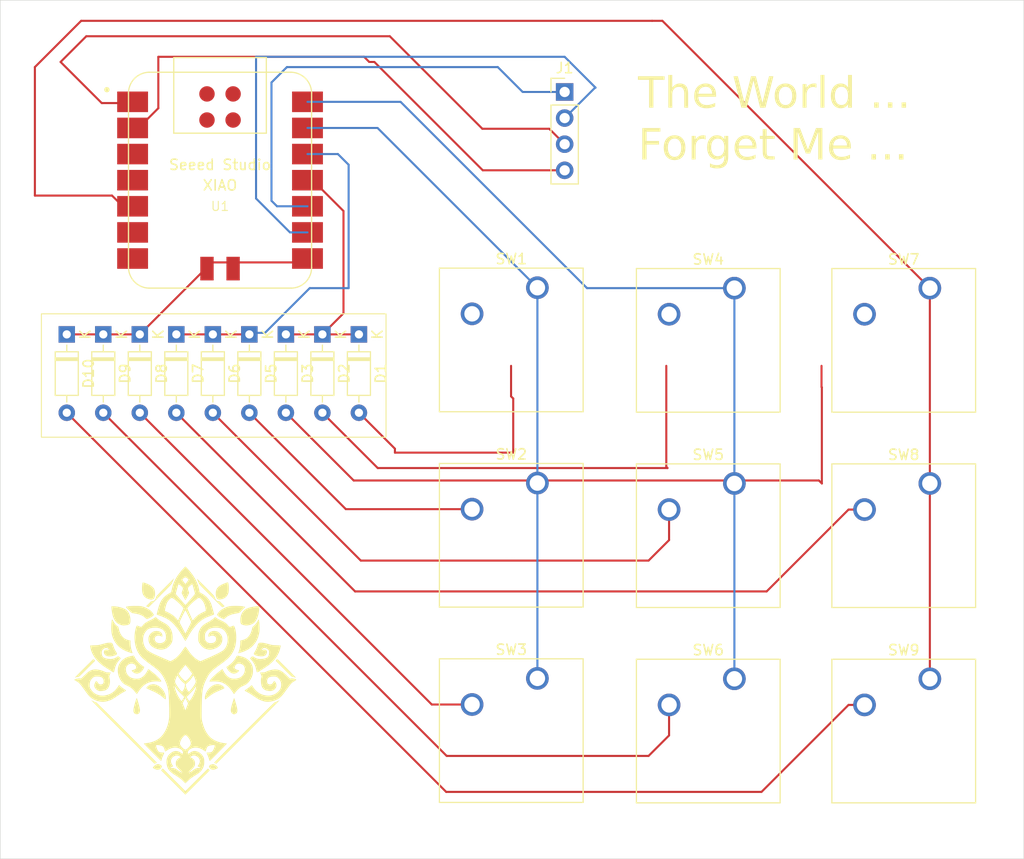
<source format=kicad_pcb>
(kicad_pcb (version 20240108) (generator "pcbnew") (generator_version "8.0")
  (layers (0 "F.Cu" signal) (31 "B.Cu" signal) (34 "B.Paste" user) (35 "F.Paste" user) (36 "B.SilkS" user "B.Silkscreen") (37 "F.SilkS" user "F.Silkscreen") (38 "B.Mask" user) (39 "F.Mask" user) (44 "Edge.Cuts" user))
  (net 0 "")
  (net 1 "ROW0")
  (net 2 "Net-(D1-A)")
  (net 3 "Net-(D2-A)")
  (net 4 "Net-(D3-A)")
  (net 5 "Net-(D5-A)")
  (net 6 "ROW1")
  (net 7 "Net-(D6-A)")
  (net 8 "Net-(D7-A)")
  (net 9 "ROW2")
  (net 10 "Net-(D8-A)")
  (net 11 "Net-(D9-A)")
  (net 12 "Net-(D10-A)")
  (net 13 "SCL")
  (net 14 "GND")
  (net 15 "SDA")
  (net 16 "VCC")
  (net 17 "COL0")
  (net 18 "COL1")
  (net 19 "COL2")
  (footprint "Diode_THT:D_DO-35_SOD27_P7.62mm_Horizontal" (layer "F.Cu") (at 38.015634 59 -90)
    (property "Reference" "D9" (at 3.81 -2.12 90) (layer "F.SilkS"))
    (property "Value" "D")
    (fp_text user "K" (at 0 -1.8 90) (layer "F.SilkS"))
    (pad "1" thru_hole rect (at 0 0 270) (size 1.6 1.6) (drill 0.8) (layers "*.Cu" "*.Mask") (net 9 "ROW2"))
    (pad "2" thru_hole oval (at 7.62 0 270) (size 1.6 1.6) (drill 0.8) (layers "*.Cu" "*.Mask") (net 11 "Net-(D9-A)"))
  )
  (footprint "Diode_THT:D_DO-35_SOD27_P7.62mm_Horizontal" (layer "F.Cu") (at 55.765634 59 -90)
    (property "Reference" "D3" (at 3.81 -2.12 90) (layer "F.SilkS"))
    (property "Value" "D")
    (fp_text user "K" (at 0 -1.8 90) (layer "F.SilkS"))
    (pad "1" thru_hole rect (at 0 0 270) (size 1.6 1.6) (drill 0.8) (layers "*.Cu" "*.Mask") (net 1 "ROW0"))
    (pad "2" thru_hole oval (at 7.62 0 270) (size 1.6 1.6) (drill 0.8) (layers "*.Cu" "*.Mask") (net 4 "Net-(D3-A)"))
  )
  (footprint "Button_Switch_Keyboard:SW_Cherry_MX_1.00u_PCB" (layer "F.Cu") (at 99.365634 54.5)
    (property "Reference" "SW4" (at -2.54 -2.794 0) (layer "F.SilkS"))
    (property "Value" "SW_Push_45deg")
    (pad "" np_thru_hole circle (at -7.62 5.08) (size 1.7 1.7) (drill 1.7) (layers "*.Cu" "*.Mask"))
    (pad "" np_thru_hole circle (at -2.54 5.08) (size 4 4) (drill 4) (layers "*.Cu" "*.Mask"))
    (pad "" np_thru_hole circle (at 2.54 5.08) (size 1.7 1.7) (drill 1.7) (layers "*.Cu" "*.Mask"))
    (pad "1" thru_hole circle (at 0 0) (size 2.2 2.2) (drill 1.5) (layers "*.Cu" "*.Mask") (net 18 "COL1"))
    (pad "2" thru_hole circle (at -6.35 2.54) (size 2.2 2.2) (drill 1.5) (layers "*.Cu" "*.Mask") (net 3 "Net-(D2-A)"))
  )
  (footprint "Button_Switch_Keyboard:SW_Cherry_MX_1.00u_PCB" (layer "F.Cu") (at 99.365634 92.5)
    (property "Reference" "SW6" (at -2.54 -2.794 0) (layer "F.SilkS"))
    (property "Value" "SW_Push_45deg")
    (pad "" np_thru_hole circle (at -7.62 5.08) (size 1.7 1.7) (drill 1.7) (layers "*.Cu" "*.Mask"))
    (pad "" np_thru_hole circle (at -2.54 5.08) (size 4 4) (drill 4) (layers "*.Cu" "*.Mask"))
    (pad "" np_thru_hole circle (at 2.54 5.08) (size 1.7 1.7) (drill 1.7) (layers "*.Cu" "*.Mask"))
    (pad "1" thru_hole circle (at 0 0) (size 2.2 2.2) (drill 1.5) (layers "*.Cu" "*.Mask") (net 18 "COL1"))
    (pad "2" thru_hole circle (at -6.35 2.54) (size 2.2 2.2) (drill 1.5) (layers "*.Cu" "*.Mask") (net 11 "Net-(D9-A)"))
  )
  (footprint "footprints:XIAO-SAMD21-RP2040" (layer "F.Cu") (at 49.365634 44)
    (property "Reference" "U1" (at 0 2.54 0) (layer "F.SilkS") (effects (font (size 0.889 0.889) (thickness 0.1016))))
    (property "Value" "Seeed Studio XIAO SAMD21" (hide yes))
    (fp_text user "XIAO" (at 0 0.5 0) (layer "F.SilkS"))
    (fp_text user "Seeed Studio" (at 0 -1.5 0) (layer "F.SilkS"))
    (pad "1" smd rect (at -8.5 -7.62) (size 3 2) (layers "F.Cu" "F.Paste" "F.Mask") (net 18 "COL1"))
    (pad "2" smd rect (at -8.5 -5.08) (size 3 2) (layers "F.Cu" "F.Paste" "F.Mask") (net 17 "COL0"))
    (pad "3" smd rect (at -8.5 -2.54) (size 3 2) (layers "F.Cu" "F.Paste" "F.Mask") (net 6 "ROW1"))
    (pad "4" smd rect (at -8.5 0) (size 3 2) (layers "F.Cu" "F.Paste" "F.Mask") (net 1 "ROW0"))
    (pad "5" smd rect (at -8.5 2.54) (size 3 2) (layers "F.Cu" "F.Paste" "F.Mask") (net 15 "SDA"))
    (pad "6" smd rect (at -8.5 5.08 180) (size 3 2) (layers "F.Cu" "F.Paste" "F.Mask") (net 13 "SCL"))
    (pad "7" smd rect (at -8.5 7.62) (size 3 2) (layers "F.Cu" "F.Paste" "F.Mask") (net 9 "ROW2"))
    (pad "8" smd rect (at 8.5 7.62) (size 3 2) (layers "F.Cu" "F.Paste" "F.Mask"))
    (pad "9" smd rect (at 8.5 5.08) (size 3 2) (layers "F.Cu" "F.Paste" "F.Mask"))
    (pad "10" smd rect (at 8.5 2.54) (size 3 2) (layers "F.Cu" "F.Paste" "F.Mask") (net 19 "COL2"))
    (pad "11" smd rect (at 8.5 0) (size 3 2) (layers "F.Cu" "F.Paste" "F.Mask"))
    (pad "12" smd rect (at 8.5 -2.54) (size 3 2) (layers "F.Cu" "F.Paste" "F.Mask"))
    (pad "13" smd rect (at 8.5 -5.08) (size 3 2) (layers "F.Cu" "F.Paste" "F.Mask") (net 14 "GND"))
    (pad "14" smd rect (at 8.5 -7.62) (size 3 2) (layers "F.Cu" "F.Paste" "F.Mask") (net 16 "VCC"))
    (pad "15" smd circle (at -1.27 -8.39 90) (size 1.5 1.5) (layers "F.Cu" "F.Paste" "F.Mask"))
    (pad "16" smd circle (at 1.27 -8.39 90) (size 1.5 1.5) (layers "F.Cu" "F.Paste" "F.Mask"))
    (pad "17" smd circle (at -1.27 -5.85 90) (size 1.5 1.5) (layers "F.Cu" "F.Paste" "F.Mask"))
    (pad "18" smd circle (at 1.27 -5.85 90) (size 1.5 1.5) (layers "F.Cu" "F.Paste" "F.Mask"))
    (pad "19" smd rect (at -1.27 8.6 90) (size 2.3 1.3) (layers "F.Cu" "F.Paste" "F.Mask"))
    (pad "20" smd rect (at 1.27 8.6 90) (size 2.3 1.3) (layers "F.Cu" "F.Paste" "F.Mask"))
  )
  (footprint "Diode_THT:D_DO-35_SOD27_P7.62mm_Horizontal" (layer "F.Cu") (at 45.115634 59 -90)
    (property "Reference" "D7" (at 3.81 -2.12 90) (layer "F.SilkS"))
    (property "Value" "D")
    (fp_text user "K" (at 0 -1.8 90) (layer "F.SilkS"))
    (pad "1" thru_hole rect (at 0 0 270) (size 1.6 1.6) (drill 0.8) (layers "*.Cu" "*.Mask") (net 6 "ROW1"))
    (pad "2" thru_hole oval (at 7.62 0 270) (size 1.6 1.6) (drill 0.8) (layers "*.Cu" "*.Mask") (net 8 "Net-(D7-A)"))
  )
  (footprint "Button_Switch_Keyboard:SW_Cherry_MX_1.00u_PCB" (layer "F.Cu") (at 80.215634 54.46)
    (property "Reference" "SW1" (at -2.54 -2.794 0) (layer "F.SilkS"))
    (property "Value" "SW_Push_45deg")
    (pad "" np_thru_hole circle (at -7.62 5.08) (size 1.7 1.7) (drill 1.7) (layers "*.Cu" "*.Mask"))
    (pad "" np_thru_hole circle (at -2.54 5.08) (size 4 4) (drill 4) (layers "*.Cu" "*.Mask"))
    (pad "" np_thru_hole circle (at 2.54 5.08) (size 1.7 1.7) (drill 1.7) (layers "*.Cu" "*.Mask"))
    (pad "1" thru_hole circle (at 0 0) (size 2.2 2.2) (drill 1.5) (layers "*.Cu" "*.Mask") (net 17 "COL0"))
    (pad "2" thru_hole circle (at -6.35 2.54) (size 2.2 2.2) (drill 1.5) (layers "*.Cu" "*.Mask") (net 2 "Net-(D1-A)"))
  )
  (footprint "Diode_THT:D_DO-35_SOD27_P7.62mm_Horizontal" (layer "F.Cu") (at 34.465634 59 -90)
    (property "Reference" "D10" (at 3.81 -2.12 90) (layer "F.SilkS"))
    (property "Value" "D")
    (fp_text user "K" (at 0 -1.8 90) (layer "F.SilkS"))
    (pad "1" thru_hole rect (at 0 0 270) (size 1.6 1.6) (drill 0.8) (layers "*.Cu" "*.Mask") (net 9 "ROW2"))
    (pad "2" thru_hole oval (at 7.62 0 270) (size 1.6 1.6) (drill 0.8) (layers "*.Cu" "*.Mask") (net 12 "Net-(D10-A)"))
  )
  (footprint "Button_Switch_Keyboard:SW_Cherry_MX_1.00u_PCB" (layer "F.Cu") (at 118.365634 54.5)
    (property "Reference" "SW7" (at -2.54 -2.794 0) (layer "F.SilkS"))
    (property "Value" "SW_Push_45deg")
    (pad "" np_thru_hole circle (at -7.62 5.08) (size 1.7 1.7) (drill 1.7) (layers "*.Cu" "*.Mask"))
    (pad "" np_thru_hole circle (at -2.54 5.08) (size 4 4) (drill 4) (layers "*.Cu" "*.Mask"))
    (pad "" np_thru_hole circle (at 2.54 5.08) (size 1.7 1.7) (drill 1.7) (layers "*.Cu" "*.Mask"))
    (pad "1" thru_hole circle (at 0 0) (size 2.2 2.2) (drill 1.5) (layers "*.Cu" "*.Mask") (net 19 "COL2"))
    (pad "2" thru_hole circle (at -6.35 2.54) (size 2.2 2.2) (drill 1.5) (layers "*.Cu" "*.Mask") (net 4 "Net-(D3-A)"))
  )
  (footprint "Diode_THT:D_DO-35_SOD27_P7.62mm_Horizontal" (layer "F.Cu") (at 41.565634 59 -90)
    (property "Reference" "D8" (at 3.81 -2.12 90) (layer "F.SilkS"))
    (property "Value" "D")
    (fp_text user "K" (at 0 -1.8 90) (layer "F.SilkS"))
    (pad "1" thru_hole rect (at 0 0 270) (size 1.6 1.6) (drill 0.8) (layers "*.Cu" "*.Mask") (net 9 "ROW2"))
    (pad "2" thru_hole oval (at 7.62 0 270) (size 1.6 1.6) (drill 0.8) (layers "*.Cu" "*.Mask") (net 10 "Net-(D8-A)"))
  )
  (footprint "Button_Switch_Keyboard:SW_Cherry_MX_1.00u_PCB" (layer "F.Cu") (at 80.215634 92.46)
    (property "Reference" "SW3" (at -2.54 -2.794 0) (layer "F.SilkS"))
    (property "Value" "SW_Push_45deg")
    (pad "" np_thru_hole circle (at -7.62 5.08) (size 1.7 1.7) (drill 1.7) (layers "*.Cu" "*.Mask"))
    (pad "" np_thru_hole circle (at -2.54 5.08) (size 4 4) (drill 4) (layers "*.Cu" "*.Mask"))
    (pad "" np_thru_hole circle (at 2.54 5.08) (size 1.7 1.7) (drill 1.7) (layers "*.Cu" "*.Mask"))
    (pad "1" thru_hole circle (at 0 0) (size 2.2 2.2) (drill 1.5) (layers "*.Cu" "*.Mask") (net 17 "COL0"))
    (pad "2" thru_hole circle (at -6.35 2.54) (size 2.2 2.2) (drill 1.5) (layers "*.Cu" "*.Mask") (net 10 "Net-(D8-A)"))
  )
  (footprint "Diode_THT:D_DO-35_SOD27_P7.62mm_Horizontal" (layer "F.Cu") (at 59.315634 59 -90)
    (property "Reference" "D2" (at 3.81 -2.12 90) (layer "F.SilkS"))
    (property "Value" "D")
    (fp_text user "K" (at 0 -1.8 90) (layer "F.SilkS"))
    (pad "1" thru_hole rect (at 0 0 270) (size 1.6 1.6) (drill 0.8) (layers "*.Cu" "*.Mask") (net 1 "ROW0"))
    (pad "2" thru_hole oval (at 7.62 0 270) (size 1.6 1.6) (drill 0.8) (layers "*.Cu" "*.Mask") (net 3 "Net-(D2-A)"))
  )
  (footprint "Button_Switch_Keyboard:SW_Cherry_MX_1.00u_PCB" (layer "F.Cu") (at 99.365634 73.5)
    (property "Reference" "SW5" (at -2.54 -2.794 0) (layer "F.SilkS"))
    (property "Value" "SW_Push_45deg")
    (pad "" np_thru_hole circle (at -7.62 5.08) (size 1.7 1.7) (drill 1.7) (layers "*.Cu" "*.Mask"))
    (pad "" np_thru_hole circle (at -2.54 5.08) (size 4 4) (drill 4) (layers "*.Cu" "*.Mask"))
    (pad "" np_thru_hole circle (at 2.54 5.08) (size 1.7 1.7) (drill 1.7) (layers "*.Cu" "*.Mask"))
    (pad "1" thru_hole circle (at 0 0) (size 2.2 2.2) (drill 1.5) (layers "*.Cu" "*.Mask") (net 18 "COL1"))
    (pad "2" thru_hole circle (at -6.35 2.54) (size 2.2 2.2) (drill 1.5) (layers "*.Cu" "*.Mask") (net 7 "Net-(D6-A)"))
  )
  (footprint "LOGO" (layer "F.Cu") (at 46.008918 92.645985)
    (property "Reference" "Logo" (hide yes))
    (property "Value" "LOGO" (hide yes))
  )
  (footprint "Button_Switch_Keyboard:SW_Cherry_MX_1.00u_PCB" (layer "F.Cu") (at 118.365634 73.5)
    (property "Reference" "SW8" (at -2.54 -2.794 0) (layer "F.SilkS"))
    (property "Value" "SW_Push_45deg")
    (pad "" np_thru_hole circle (at -7.62 5.08) (size 1.7 1.7) (drill 1.7) (layers "*.Cu" "*.Mask"))
    (pad "" np_thru_hole circle (at -2.54 5.08) (size 4 4) (drill 4) (layers "*.Cu" "*.Mask"))
    (pad "" np_thru_hole circle (at 2.54 5.08) (size 1.7 1.7) (drill 1.7) (layers "*.Cu" "*.Mask"))
    (pad "1" thru_hole circle (at 0 0) (size 2.2 2.2) (drill 1.5) (layers "*.Cu" "*.Mask") (net 19 "COL2"))
    (pad "2" thru_hole circle (at -6.35 2.54) (size 2.2 2.2) (drill 1.5) (layers "*.Cu" "*.Mask") (net 8 "Net-(D7-A)"))
  )
  (footprint "Button_Switch_Keyboard:SW_Cherry_MX_1.00u_PCB" (layer "F.Cu") (at 80.215634 73.46)
    (property "Reference" "SW2" (at -2.54 -2.794 0) (layer "F.SilkS"))
    (property "Value" "SW_Push_45deg")
    (pad "" np_thru_hole circle (at -7.62 5.08) (size 1.7 1.7) (drill 1.7) (layers "*.Cu" "*.Mask"))
    (pad "" np_thru_hole circle (at -2.54 5.08) (size 4 4) (drill 4) (layers "*.Cu" "*.Mask"))
    (pad "" np_thru_hole circle (at 2.54 5.08) (size 1.7 1.7) (drill 1.7) (layers "*.Cu" "*.Mask"))
    (pad "1" thru_hole circle (at 0 0) (size 2.2 2.2) (drill 1.5) (layers "*.Cu" "*.Mask") (net 17 "COL0"))
    (pad "2" thru_hole circle (at -6.35 2.54) (size 2.2 2.2) (drill 1.5) (layers "*.Cu" "*.Mask") (net 5 "Net-(D5-A)"))
  )
  (footprint "Connector_PinHeader_2.54mm:PinHeader_1x04_P2.54mm_Vertical" (layer "F.Cu") (at 82.865634 35.42)
    (property "Reference" "J1" (at 0 -2.33 0) (layer "F.SilkS"))
    (property "Value" "Conn_01x04_Pin")
    (pad "1" thru_hole rect (at 0 0) (size 1.7 1.7) (drill 1) (layers "*.Cu" "*.Mask") (net 15 "SDA"))
    (pad "2" thru_hole oval (at 0 2.54) (size 1.7 1.7) (drill 1) (layers "*.Cu" "*.Mask") (net 13 "SCL"))
    (pad "3" thru_hole oval (at 0 5.08) (size 1.7 1.7) (drill 1) (layers "*.Cu" "*.Mask") (net 16 "VCC"))
    (pad "4" thru_hole oval (at 0 7.62) (size 1.7 1.7) (drill 1) (layers "*.Cu" "*.Mask") (net 14 "GND"))
  )
  (footprint "Diode_THT:D_DO-35_SOD27_P7.62mm_Horizontal" (layer "F.Cu") (at 48.665634 59 -90)
    (property "Reference" "D6" (at 3.81 -2.12 90) (layer "F.SilkS"))
    (property "Value" "D")
    (fp_text user "K" (at 0 -1.8 90) (layer "F.SilkS"))
    (pad "1" thru_hole rect (at 0 0 270) (size 1.6 1.6) (drill 0.8) (layers "*.Cu" "*.Mask") (net 6 "ROW1"))
    (pad "2" thru_hole oval (at 7.62 0 270) (size 1.6 1.6) (drill 0.8) (layers "*.Cu" "*.Mask") (net 7 "Net-(D6-A)"))
  )
  (footprint "Button_Switch_Keyboard:SW_Cherry_MX_1.00u_PCB" (layer "F.Cu") (at 118.365634 92.5)
    (property "Reference" "SW9" (at -2.54 -2.794 0) (layer "F.SilkS"))
    (property "Value" "SW_Push_45deg")
    (pad "" np_thru_hole circle (at -7.62 5.08) (size 1.7 1.7) (drill 1.7) (layers "*.Cu" "*.Mask"))
    (pad "" np_thru_hole circle (at -2.54 5.08) (size 4 4) (drill 4) (layers "*.Cu" "*.Mask"))
    (pad "" np_thru_hole circle (at 2.54 5.08) (size 1.7 1.7) (drill 1.7) (layers "*.Cu" "*.Mask"))
    (pad "1" thru_hole circle (at 0 0) (size 2.2 2.2) (drill 1.5) (layers "*.Cu" "*.Mask") (net 19 "COL2"))
    (pad "2" thru_hole circle (at -6.35 2.54) (size 2.2 2.2) (drill 1.5) (layers "*.Cu" "*.Mask") (net 12 "Net-(D10-A)"))
  )
  (footprint "Diode_THT:D_DO-35_SOD27_P7.62mm_Horizontal" (layer "F.Cu") (at 62.865634 59 -90)
    (property "Reference" "D1" (at 3.81 -2.12 90) (layer "F.SilkS"))
    (property "Value" "D")
    (fp_text user "K" (at 0 -1.8 90) (layer "F.SilkS"))
    (pad "1" thru_hole rect (at 0 0 270) (size 1.6 1.6) (drill 0.8) (layers "*.Cu" "*.Mask") (net 1 "ROW0"))
    (pad "2" thru_hole oval (at 7.62 0 270) (size 1.6 1.6) (drill 0.8) (layers "*.Cu" "*.Mask") (net 2 "Net-(D1-A)"))
  )
  (footprint "Diode_THT:D_DO-35_SOD27_P7.62mm_Horizontal" (layer "F.Cu") (at 52.215634 59 -90)
    (property "Reference" "D5" (at 3.81 -2.12 90) (layer "F.SilkS"))
    (property "Value" "D")
    (fp_text user "K" (at 0 -1.8 90) (layer "F.SilkS"))
    (pad "1" thru_hole rect (at 0 0 270) (size 1.6 1.6) (drill 0.8) (layers "*.Cu" "*.Mask") (net 6 "ROW1"))
    (pad "2" thru_hole oval (at 7.62 0 270) (size 1.6 1.6) (drill 0.8) (layers "*.Cu" "*.Mask") (net 5 "Net-(D5-A)"))
  )
  (gr_rect (start 32 57) (end 65.5 69) (stroke (width 0.1)) (fill none) (layer "F.SilkS"))
  (gr_rect (start 28 26.5) (end 127.5 110) (stroke (width 0.05)) (fill none) (layer "Edge.Cuts"))
  (gr_text "The World ...\nForget Me ..." (at 90 42.5 0) (layer "F.SilkS") (effects (font (size 3 3) (thickness 0.1)) (justify left bottom)))
  (segment (start 61.365634 56.95) (end 61.365634 56) (width 0.2) (layer "F.Cu") (net 1))
  (segment (start 61.365634 47) (end 58.365634 44) (width 0.2) (layer "F.Cu") (net 1))
  (segment (start 62.865634 59) (end 55.765634 59) (width 0.2) (layer "F.Cu") (net 1))
  (segment (start 59.315634 59) (end 61.365634 56.95) (width 0.2) (layer "F.Cu") (net 1))
  (segment (start 61.365634 56) (end 61.365634 47) (width 0.2) (layer "F.Cu") (net 1))
  (segment (start 77.865634 70.5) (end 66.365634 70.5) (width 0.2) (layer "F.Cu") (net 2))
  (segment (start 77.865634 65.237056) (end 77.865634 70.5) (width 0.2) (layer "F.Cu") (net 2))
  (segment (start 77.655634 62.06) (end 77.655634 65.027056) (width 0.2) (layer "F.Cu") (net 2))
  (segment (start 66.365634 70.12) (end 62.865634 66.62) (width 0.2) (layer "F.Cu") (net 2))
  (segment (start 77.655634 65.027056) (end 77.865634 65.237056) (width 0.2) (layer "F.Cu") (net 2))
  (segment (start 66.365634 70.5) (end 66.365634 70.12) (width 0.2) (layer "F.Cu") (net 2))
  (segment (start 92.745634 71.88) (end 92.865634 72) (width 0.2) (layer "F.Cu") (net 3))
  (segment (start 92.865634 72) (end 64.695634 72) (width 0.2) (layer "F.Cu") (net 3))
  (segment (start 64.695634 72) (end 59.315634 66.62) (width 0.2) (layer "F.Cu") (net 3))
  (segment (start 92.745634 62.06) (end 92.745634 71.88) (width 0.2) (layer "F.Cu") (net 3))
  (segment (start 107.575634 73.21) (end 62.355634 73.21) (width 0.2) (layer "F.Cu") (net 4))
  (segment (start 62.355634 73.21) (end 55.765634 66.62) (width 0.2) (layer "F.Cu") (net 4))
  (segment (start 107.865634 64.143402) (end 107.865634 73.5) (width 0.2) (layer "F.Cu") (net 4))
  (segment (start 107.835634 62.06) (end 107.835634 64.113402) (width 0.2) (layer "F.Cu") (net 4))
  (segment (start 107.835634 64.113402) (end 107.865634 64.143402) (width 0.2) (layer "F.Cu") (net 4))
  (segment (start 107.865634 73.5) (end 107.575634 73.21) (width 0.2) (layer "F.Cu") (net 4))
  (segment (start 73.865634 76) (end 61.595634 76) (width 0.2) (layer "F.Cu") (net 5))
  (segment (start 61.595634 76) (end 52.215634 66.62) (width 0.2) (layer "F.Cu") (net 5))
  (segment (start 52.215634 59) (end 45.115634 59) (width 0.2) (layer "F.Cu") (net 6))
  (segment (start 53.735634 58.85) (end 58.085634 54.5) (width 0.2) (layer "B.Cu") (net 6))
  (segment (start 58.085634 54.5) (end 61.865634 54.5) (width 0.2) (layer "B.Cu") (net 6))
  (segment (start 61.865634 42.5) (end 60.825634 41.46) (width 0.2) (layer "B.Cu") (net 6))
  (segment (start 52.215634 59) (end 52.365634 58.85) (width 0.2) (layer "B.Cu") (net 6))
  (segment (start 52.365634 58.85) (end 53.735634 58.85) (width 0.2) (layer "B.Cu") (net 6))
  (segment (start 60.825634 41.46) (end 57.865634 41.46) (width 0.2) (layer "B.Cu") (net 6))
  (segment (start 61.865634 54.5) (end 61.865634 42.5) (width 0.2) (layer "B.Cu") (net 6))
  (segment (start 63.045634 81) (end 48.665634 66.62) (width 0.2) (layer "F.Cu") (net 7))
  (segment (start 93.015634 79.007056) (end 91.02269 81) (width 0.2) (layer "F.Cu") (net 7))
  (segment (start 91.02269 81) (end 63.045634 81) (width 0.2) (layer "F.Cu") (net 7))
  (segment (start 93.015634 76.04) (end 93.015634 79.007056) (width 0.2) (layer "F.Cu") (net 7))
  (segment (start 62.495634 84) (end 45.115634 66.62) (width 0.2) (layer "F.Cu") (net 8))
  (segment (start 110.46 76.04) (end 102.5 84) (width 0.2) (layer "F.Cu") (net 8))
  (segment (start 102.5 84) (end 62.495634 84) (width 0.2) (layer "F.Cu") (net 8))
  (segment (start 112.015634 76.04) (end 110.46 76.04) (width 0.2) (layer "F.Cu") (net 8))
  (segment (start 41.565634 59) (end 34.465634 59) (width 0.2) (layer "F.Cu") (net 9))
  (segment (start 41.565634 59) (end 48.565634 52) (width 0.2) (layer "F.Cu") (net 9))
  (segment (start 48.565634 52) (end 57.865634 52) (width 0.2) (layer "F.Cu") (net 9))
  (segment (start 73.865634 95) (end 69.945634 95) (width 0.2) (layer "F.Cu") (net 10))
  (segment (start 69.945634 95) (end 41.565634 66.62) (width 0.2) (layer "F.Cu") (net 10))
  (segment (start 71.395634 100) (end 38.015634 66.62) (width 0.2) (layer "F.Cu") (net 11))
  (segment (start 93.015634 95.04) (end 93.015634 98.007056) (width 0.2) (layer "F.Cu") (net 11))
  (segment (start 93.015634 98.007056) (end 91.02269 100) (width 0.2) (layer "F.Cu") (net 11))
  (segment (start 91.02269 100) (end 71.395634 100) (width 0.2) (layer "F.Cu") (net 11))
  (segment (start 112.015634 95.04) (end 110.46 95.04) (width 0.2) (layer "F.Cu") (net 12))
  (segment (start 71.345634 103.5) (end 34.465634 66.62) (width 0.2) (layer "F.Cu") (net 12))
  (segment (start 110.46 95.04) (end 102 103.5) (width 0.2) (layer "F.Cu") (net 12))
  (segment (start 102 103.5) (end 71.345634 103.5) (width 0.2) (layer "F.Cu") (net 12))
  (segment (start 85.865634 35) (end 82.865634 32) (width 0.2) (layer "B.Cu") (net 13))
  (segment (start 82.865634 32) (end 52.865634 32) (width 0.2) (layer "B.Cu") (net 13))
  (segment (start 52.865634 32) (end 52.865634 45.78) (width 0.2) (layer "B.Cu") (net 13))
  (segment (start 82.865634 37.96) (end 85.825634 35) (width 0.2) (layer "B.Cu") (net 13))
  (segment (start 85.825634 35) (end 85.865634 35) (width 0.2) (layer "B.Cu") (net 13))
  (segment (start 56.165634 49.08) (end 57.865634 49.08) (width 0.2) (layer "B.Cu") (net 13))
  (segment (start 52.865634 45.78) (end 56.165634 49.08) (width 0.2) (layer "B.Cu") (net 13))
  (segment (start 43.365634 37) (end 41.365634 39) (width 0.2) (layer "F.Cu") (net 14))
  (segment (start 63.865634 32.5) (end 63.365634 32) (width 0.2) (layer "F.Cu") (net 14))
  (segment (start 64.365634 32.5) (end 63.865634 32.5) (width 0.2) (layer "F.Cu") (net 14))
  (segment (start 43.365634 32) (end 43.365634 37) (width 0.2) (layer "F.Cu") (net 14))
  (segment (start 82.865634 43.04) (end 74.905634 43.04) (width 0.2) (layer "F.Cu") (net 14))
  (segment (start 74.905634 43.04) (end 64.365634 32.5) (width 0.2) (layer "F.Cu") (net 14))
  (segment (start 63.365634 32) (end 43.365634 32) (width 0.2) (layer "F.Cu") (net 14))
  (segment (start 82.865634 35.42) (end 82.865634 35.5) (width 0.2) (layer "B.Cu") (net 15))
  (segment (start 54.905634 46.54) (end 57.865634 46.54) (width 0.2) (layer "B.Cu") (net 15))
  (segment (start 54.365634 34.5) (end 54.365634 46) (width 0.2) (layer "B.Cu") (net 15))
  (segment (start 78.785634 35.42) (end 76.365634 33) (width 0.2) (layer "B.Cu") (net 15))
  (segment (start 55.865634 33) (end 54.365634 34.5) (width 0.2) (layer "B.Cu") (net 15))
  (segment (start 54.365634 46) (end 54.905634 46.54) (width 0.2) (layer "B.Cu") (net 15))
  (segment (start 82.865634 35.42) (end 78.785634 35.42) (width 0.2) (layer "B.Cu") (net 15))
  (segment (start 76.365634 33) (end 55.865634 33) (width 0.2) (layer "B.Cu") (net 15))
  (segment (start 36.365634 30) (end 33.865634 32.5) (width 0.2) (layer "F.Cu") (net 16))
  (segment (start 33.865634 32.5) (end 37.865634 36.5) (width 0.2) (layer "F.Cu") (net 16))
  (segment (start 37.865634 36.5) (end 40.865634 36.5) (width 0.2) (layer "F.Cu") (net 16))
  (segment (start 82.865634 40.5) (end 81.365634 39) (width 0.2) (layer "F.Cu") (net 16))
  (segment (start 74.865634 39) (end 65.865634 30) (width 0.2) (layer "F.Cu") (net 16))
  (segment (start 65.865634 30) (end 36.365634 30) (width 0.2) (layer "F.Cu") (net 16))
  (segment (start 81.365634 39) (end 74.865634 39) (width 0.2) (layer "F.Cu") (net 16))
  (segment (start 80.215634 54.46) (end 64.675634 38.92) (width 0.2) (layer "B.Cu") (net 17))
  (segment (start 64.675634 38.92) (end 57.865634 38.92) (width 0.2) (layer "B.Cu") (net 17))
  (segment (start 80.215634 92.46) (end 80.215634 54.46) (width 0.2) (layer "B.Cu") (net 17))
  (segment (start 99.365634 54.5) (end 85.035533 54.5) (width 0.2) (layer "B.Cu") (net 18))
  (segment (start 99.365634 92.5) (end 99.365634 54.5) (width 0.2) (layer "B.Cu") (net 18))
  (segment (start 66.915533 36.38) (end 57.865634 36.38) (width 0.2) (layer "B.Cu") (net 18))
  (segment (start 85.035533 54.5) (end 66.915533 36.38) (width 0.2) (layer "B.Cu") (net 18))
  (segment (start 31.365634 33) (end 31.365634 45.5) (width 0.2) (layer "F.Cu") (net 19))
  (segment (start 35.865634 28.5) (end 31.365634 33) (width 0.2) (layer "F.Cu") (net 19))
  (segment (start 38.865634 45.5) (end 40.365634 47) (width 0.2) (layer "F.Cu") (net 19))
  (segment (start 118.365634 54.5) (end 92.365634 28.5) (width 0.2) (layer "F.Cu") (net 19))
  (segment (start 31.365634 45.5) (end 38.865634 45.5) (width 0.2) (layer "F.Cu") (net 19))
  (segment (start 92.365634 28.5) (end 91.365634 28.5) (width 0.2) (layer "F.Cu") (net 19))
  (segment (start 91.365634 28.5) (end 35.865634 28.5) (width 0.2) (layer "F.Cu") (net 19))
  (segment (start 118.365634 92.5) (end 118.365634 54.5) (width 0.2) (layer "F.Cu") (net 19))
)
</source>
